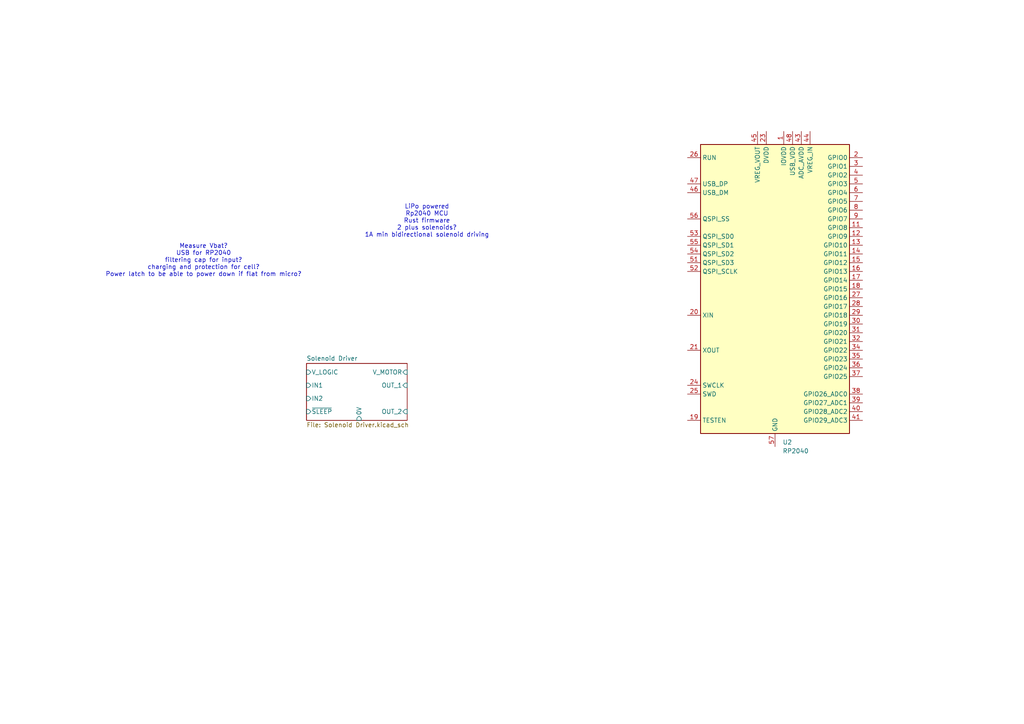
<source format=kicad_sch>
(kicad_sch (version 20231120) (generator "eeschema") (generator_version "8.0")
  (paper "A4")
  (lib_symbols
    (symbol "MCU_RaspberryPi:RP2040"
      (property "Reference" "U" (at 17.78 45.72 0))
      (property "Value" "RP2040" (at 17.78 43.18 0))
      (symbol "RP2040_0_1"
        (rectangle (start -21.59 41.91) (end 21.59 -41.91) (stroke (width 0.254)) (fill (type background)))
      )
      (symbol "RP2040_1_1"
        (pin power_in line (at 2.54 45.72 270) (length 3.81) (name "IOVDD") (number "1"))
        (pin passive line (at 2.54 45.72 270) (length 3.81) hide (name "IOVDD") (number "10"))
        (pin bidirectional line (at 25.4 17.78 180) (length 3.81) (name "GPIO8") (number "11"))
        (pin bidirectional line (at 25.4 15.24 180) (length 3.81) (name "GPIO9") (number "12"))
        (pin bidirectional line (at 25.4 12.7 180) (length 3.81) (name "GPIO10") (number "13"))
        (pin bidirectional line (at 25.4 10.16 180) (length 3.81) (name "GPIO11") (number "14"))
        (pin bidirectional line (at 25.4 7.62 180) (length 3.81) (name "GPIO12") (number "15"))
        (pin bidirectional line (at 25.4 5.08 180) (length 3.81) (name "GPIO13") (number "16"))
        (pin bidirectional line (at 25.4 2.54 180) (length 3.81) (name "GPIO14") (number "17"))
        (pin bidirectional line (at 25.4 0 180) (length 3.81) (name "GPIO15") (number "18"))
        (pin input line (at -25.4 -38.1 0) (length 3.81) (name "TESTEN") (number "19"))
        (pin bidirectional line (at 25.4 38.1 180) (length 3.81) (name "GPIO0") (number "2"))
        (pin input line (at -25.4 -7.62 0) (length 3.81) (name "XIN") (number "20"))
        (pin passive line (at -25.4 -17.78 0) (length 3.81) (name "XOUT") (number "21"))
        (pin passive line (at 2.54 45.72 270) (length 3.81) hide (name "IOVDD") (number "22"))
        (pin power_in line (at -2.54 45.72 270) (length 3.81) (name "DVDD") (number "23"))
        (pin input line (at -25.4 -27.94 0) (length 3.81) (name "SWCLK") (number "24"))
        (pin bidirectional line (at -25.4 -30.48 0) (length 3.81) (name "SWD") (number "25"))
        (pin input line (at -25.4 38.1 0) (length 3.81) (name "RUN") (number "26"))
        (pin bidirectional line (at 25.4 -2.54 180) (length 3.81) (name "GPIO16") (number "27"))
        (pin bidirectional line (at 25.4 -5.08 180) (length 3.81) (name "GPIO17") (number "28"))
        (pin bidirectional line (at 25.4 -7.62 180) (length 3.81) (name "GPIO18") (number "29"))
        (pin bidirectional line (at 25.4 35.56 180) (length 3.81) (name "GPIO1") (number "3"))
        (pin bidirectional line (at 25.4 -10.16 180) (length 3.81) (name "GPIO19") (number "30"))
        (pin bidirectional line (at 25.4 -12.7 180) (length 3.81) (name "GPIO20") (number "31"))
        (pin bidirectional line (at 25.4 -15.24 180) (length 3.81) (name "GPIO21") (number "32"))
        (pin passive line (at 2.54 45.72 270) (length 3.81) hide (name "IOVDD") (number "33"))
        (pin bidirectional line (at 25.4 -17.78 180) (length 3.81) (name "GPIO22") (number "34"))
        (pin bidirectional line (at 25.4 -20.32 180) (length 3.81) (name "GPIO23") (number "35"))
        (pin bidirectional line (at 25.4 -22.86 180) (length 3.81) (name "GPIO24") (number "36"))
        (pin bidirectional line (at 25.4 -25.4 180) (length 3.81) (name "GPIO25") (number "37"))
        (pin bidirectional line (at 25.4 -30.48 180) (length 3.81) (name "GPIO26_ADC0") (number "38"))
        (pin bidirectional line (at 25.4 -33.02 180) (length 3.81) (name "GPIO27_ADC1") (number "39"))
        (pin bidirectional line (at 25.4 33.02 180) (length 3.81) (name "GPIO2") (number "4"))
        (pin bidirectional line (at 25.4 -35.56 180) (length 3.81) (name "GPIO28_ADC2") (number "40"))
        (pin bidirectional line (at 25.4 -38.1 180) (length 3.81) (name "GPIO29_ADC3") (number "41"))
        (pin passive line (at 2.54 45.72 270) (length 3.81) hide (name "IOVDD") (number "42"))
        (pin power_in line (at 7.62 45.72 270) (length 3.81) (name "ADC_AVDD") (number "43"))
        (pin power_in line (at 10.16 45.72 270) (length 3.81) (name "VREG_IN") (number "44"))
        (pin power_out line (at -5.08 45.72 270) (length 3.81) (name "VREG_VOUT") (number "45"))
        (pin bidirectional line (at -25.4 27.94 0) (length 3.81) (name "USB_DM") (number "46"))
        (pin bidirectional line (at -25.4 30.48 0) (length 3.81) (name "USB_DP") (number "47"))
        (pin power_in line (at 5.08 45.72 270) (length 3.81) (name "USB_VDD") (number "48"))
        (pin passive line (at 2.54 45.72 270) (length 3.81) hide (name "IOVDD") (number "49"))
        (pin bidirectional line (at 25.4 30.48 180) (length 3.81) (name "GPIO3") (number "5"))
        (pin passive line (at -2.54 45.72 270) (length 3.81) hide (name "DVDD") (number "50"))
        (pin bidirectional line (at -25.4 7.62 0) (length 3.81) (name "QSPI_SD3") (number "51"))
        (pin output line (at -25.4 5.08 0) (length 3.81) (name "QSPI_SCLK") (number "52"))
        (pin bidirectional line (at -25.4 15.24 0) (length 3.81) (name "QSPI_SD0") (number "53"))
        (pin bidirectional line (at -25.4 10.16 0) (length 3.81) (name "QSPI_SD2") (number "54"))
        (pin bidirectional line (at -25.4 12.7 0) (length 3.81) (name "QSPI_SD1") (number "55"))
        (pin bidirectional line (at -25.4 20.32 0) (length 3.81) (name "QSPI_SS") (number "56"))
        (pin power_in line (at 0 -45.72 90) (length 3.81) (name "GND") (number "57"))
        (pin bidirectional line (at 25.4 27.94 180) (length 3.81) (name "GPIO4") (number "6"))
        (pin bidirectional line (at 25.4 25.4 180) (length 3.81) (name "GPIO5") (number "7"))
        (pin bidirectional line (at 25.4 22.86 180) (length 3.81) (name "GPIO6") (number "8"))
        (pin bidirectional line (at 25.4 20.32 180) (length 3.81) (name "GPIO7") (number "9"))
      )
    )
  )
  (text "LiPo powered\nRp2040 MCU\nRust firmware\n2 plus solenoids?\n1A min bidirectional solenoid driving\n" (at 123.825 64.135 0) (effects (font (size 1.27 1.27))))
  (text "Measure Vbat?\nUSB for RP2040\nfiltering cap for input?\ncharging and protection for cell?\nPower latch to be able to power down if flat from micro?" (at 59.055 75.565 0) (effects (font (size 1.27 1.27))))
  (symbol (lib_id "MCU_RaspberryPi:RP2040") (at 224.79 83.82 0) (unit 1)
    (property "Reference" "U2" (at 226.9841 128.27 0) (effects (justify left)))
    (property "Value" "RP2040" (at 226.9841 130.81 0) (effects (justify left)))
    (property "Footprint" "Package_DFN_QFN:QFN-56-1EP_7x7mm_P0.4mm_EP3.2x3.2mm" (effects (hide yes)))
    (property "Datasheet" "https://datasheets.raspberrypi.com/rp2040/rp2040-datasheet.pdf" (effects (hide yes)))
    (property "Description" "A microcontroller by Raspberry Pi" (effects (hide yes)))
  )
  (sheet (at 88.9 105.41) (size 29.21 16.51) (stroke (width 0.1524))
    (property "Sheetname" "Solenoid Driver" (at 88.9 104.6984 0) (effects (justify left bottom)))
    (property "Sheetfile" "Solenoid Driver.kicad_sch" (at 88.9 122.5046 0) (effects (justify left top)))
    (pin "V_MOTOR" input (at 118.11 107.95 0))
    (pin "V_LOGIC" input (at 88.9 107.95 180))
    (pin "IN1" input (at 88.9 111.76 180))
    (pin "IN2" input (at 88.9 115.57 180))
    (pin "~{SLEEP}" input (at 88.9 119.38 180))
    (pin "OUT_1" input (at 118.11 111.76 0))
    (pin "OUT_2" input (at 118.11 119.38 0))
    (pin "0V" input (at 104.14 121.92 270))
  )
)
</source>
